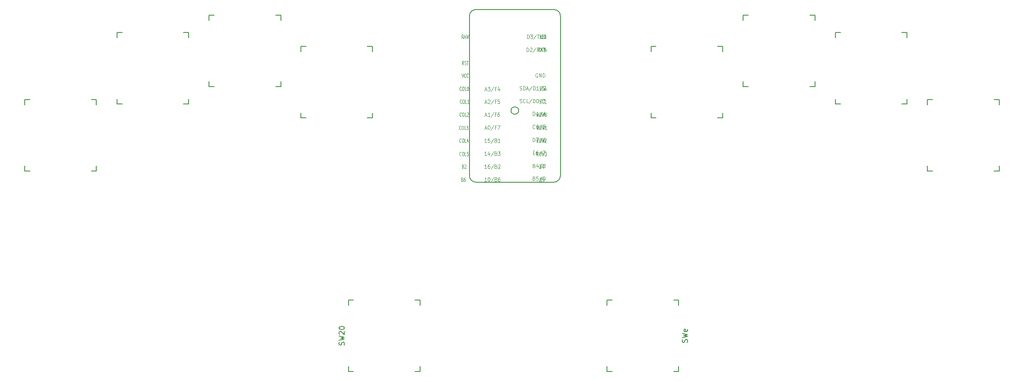
<source format=gto>
G04 #@! TF.GenerationSoftware,KiCad,Pcbnew,5.1.6*
G04 #@! TF.CreationDate,2020-09-08T14:16:16+01:00*
G04 #@! TF.ProjectId,noip,6e6f6970-2e6b-4696-9361-645f70636258,.1*
G04 #@! TF.SameCoordinates,Original*
G04 #@! TF.FileFunction,Legend,Top*
G04 #@! TF.FilePolarity,Positive*
%FSLAX46Y46*%
G04 Gerber Fmt 4.6, Leading zero omitted, Abs format (unit mm)*
G04 Created by KiCad (PCBNEW 5.1.6) date 2020-09-08 14:16:16*
%MOMM*%
%LPD*%
G01*
G04 APERTURE LIST*
%ADD10C,0.150000*%
%ADD11C,0.125000*%
G04 APERTURE END LIST*
D10*
X141800000Y-74360000D02*
X142310000Y-74360000D01*
X158310000Y-73090000D02*
X158310000Y-41876000D01*
X140530000Y-41876000D02*
X140530000Y-73090000D01*
X141800000Y-40606000D02*
X157040000Y-40606000D01*
X150150000Y-60365000D02*
G75*
G03*
X150150000Y-60365000I-750000J0D01*
G01*
X156532000Y-74360000D02*
X157040000Y-74360000D01*
X157040000Y-74360000D02*
X141800000Y-74360000D01*
X158310000Y-41876000D02*
G75*
G03*
X157040000Y-40606000I-1270000J0D01*
G01*
X141800000Y-40606000D02*
G75*
G03*
X140530000Y-41876000I0J-1270000D01*
G01*
X157040000Y-74360000D02*
G75*
G03*
X158310000Y-73090000I0J1270000D01*
G01*
X140530000Y-73090000D02*
G75*
G03*
X141800000Y-74360000I1270000J0D01*
G01*
X116900000Y-111400000D02*
X117900000Y-111400000D01*
X116900000Y-110400000D02*
X116900000Y-111400000D01*
X130900000Y-111400000D02*
X130900000Y-110400000D01*
X129900000Y-111400000D02*
X130900000Y-111400000D01*
X130900000Y-97400000D02*
X129900000Y-97400000D01*
X130900000Y-98400000D02*
X130900000Y-97400000D01*
X116900000Y-97400000D02*
X116900000Y-98400000D01*
X117900000Y-97400000D02*
X116900000Y-97400000D01*
X180400000Y-111400000D02*
X181400000Y-111400000D01*
X181400000Y-111400000D02*
X181400000Y-110400000D01*
X167400000Y-110400000D02*
X167400000Y-111400000D01*
X167400000Y-111400000D02*
X168400000Y-111400000D01*
X168400000Y-97400000D02*
X167400000Y-97400000D01*
X167400000Y-97400000D02*
X167400000Y-98400000D01*
X181400000Y-98400000D02*
X181400000Y-97400000D01*
X181400000Y-97400000D02*
X180400000Y-97400000D01*
X230000000Y-58200000D02*
X231000000Y-58200000D01*
X230000000Y-59200000D02*
X230000000Y-58200000D01*
X230000000Y-72200000D02*
X230000000Y-71200000D01*
X231000000Y-72200000D02*
X230000000Y-72200000D01*
X244000000Y-72200000D02*
X243000000Y-72200000D01*
X244000000Y-71200000D02*
X244000000Y-72200000D01*
X244000000Y-58200000D02*
X244000000Y-59200000D01*
X243000000Y-58200000D02*
X244000000Y-58200000D01*
X212000000Y-45100000D02*
X213000000Y-45100000D01*
X212000000Y-46100000D02*
X212000000Y-45100000D01*
X212000000Y-59100000D02*
X212000000Y-58100000D01*
X213000000Y-59100000D02*
X212000000Y-59100000D01*
X226000000Y-59100000D02*
X225000000Y-59100000D01*
X226000000Y-58100000D02*
X226000000Y-59100000D01*
X226000000Y-45100000D02*
X226000000Y-46100000D01*
X225000000Y-45100000D02*
X226000000Y-45100000D01*
X194000000Y-41700000D02*
X195000000Y-41700000D01*
X194000000Y-42700000D02*
X194000000Y-41700000D01*
X194000000Y-55700000D02*
X194000000Y-54700000D01*
X195000000Y-55700000D02*
X194000000Y-55700000D01*
X208000000Y-55700000D02*
X207000000Y-55700000D01*
X208000000Y-54700000D02*
X208000000Y-55700000D01*
X208000000Y-41700000D02*
X208000000Y-42700000D01*
X207000000Y-41700000D02*
X208000000Y-41700000D01*
X176000000Y-47800000D02*
X177000000Y-47800000D01*
X176000000Y-48800000D02*
X176000000Y-47800000D01*
X176000000Y-61800000D02*
X176000000Y-60800000D01*
X177000000Y-61800000D02*
X176000000Y-61800000D01*
X190000000Y-61800000D02*
X189000000Y-61800000D01*
X190000000Y-60800000D02*
X190000000Y-61800000D01*
X190000000Y-47800000D02*
X190000000Y-48800000D01*
X189000000Y-47800000D02*
X190000000Y-47800000D01*
X107600000Y-47800000D02*
X108600000Y-47800000D01*
X107600000Y-48800000D02*
X107600000Y-47800000D01*
X107600000Y-61800000D02*
X107600000Y-60800000D01*
X108600000Y-61800000D02*
X107600000Y-61800000D01*
X121600000Y-61800000D02*
X120600000Y-61800000D01*
X121600000Y-60800000D02*
X121600000Y-61800000D01*
X121600000Y-47800000D02*
X121600000Y-48800000D01*
X120600000Y-47800000D02*
X121600000Y-47800000D01*
X89700000Y-41700000D02*
X90700000Y-41700000D01*
X89700000Y-42700000D02*
X89700000Y-41700000D01*
X89700000Y-55700000D02*
X89700000Y-54700000D01*
X90700000Y-55700000D02*
X89700000Y-55700000D01*
X103700000Y-55700000D02*
X102700000Y-55700000D01*
X103700000Y-54700000D02*
X103700000Y-55700000D01*
X103700000Y-41700000D02*
X103700000Y-42700000D01*
X102700000Y-41700000D02*
X103700000Y-41700000D01*
X84700000Y-45100000D02*
X85700000Y-45100000D01*
X85700000Y-45100000D02*
X85700000Y-46100000D01*
X85700000Y-58100000D02*
X85700000Y-59100000D01*
X85700000Y-59100000D02*
X84700000Y-59100000D01*
X72700000Y-59100000D02*
X71700000Y-59100000D01*
X71700000Y-59100000D02*
X71700000Y-58100000D01*
X71700000Y-46100000D02*
X71700000Y-45100000D01*
X71700000Y-45100000D02*
X72700000Y-45100000D01*
X53700000Y-58200000D02*
X54700000Y-58200000D01*
X53700000Y-59200000D02*
X53700000Y-58200000D01*
X53700000Y-72200000D02*
X53700000Y-71200000D01*
X54700000Y-72200000D02*
X53700000Y-72200000D01*
X67700000Y-72200000D02*
X66700000Y-72200000D01*
X67700000Y-71200000D02*
X67700000Y-72200000D01*
X67700000Y-58200000D02*
X67700000Y-59200000D01*
X66700000Y-58200000D02*
X67700000Y-58200000D01*
D11*
X139339261Y-46261285D02*
X139172595Y-45904142D01*
X139053547Y-46261285D02*
X139053547Y-45511285D01*
X139244023Y-45511285D01*
X139291642Y-45547000D01*
X139315452Y-45582714D01*
X139339261Y-45654142D01*
X139339261Y-45761285D01*
X139315452Y-45832714D01*
X139291642Y-45868428D01*
X139244023Y-45904142D01*
X139053547Y-45904142D01*
X139529738Y-46047000D02*
X139767833Y-46047000D01*
X139482119Y-46261285D02*
X139648785Y-45511285D01*
X139815452Y-46261285D01*
X139934500Y-45511285D02*
X140053547Y-46261285D01*
X140148785Y-45725571D01*
X140244023Y-46261285D01*
X140363071Y-45511285D01*
X153844523Y-53125000D02*
X153780714Y-53089285D01*
X153685000Y-53089285D01*
X153589285Y-53125000D01*
X153525476Y-53196428D01*
X153493571Y-53267857D01*
X153461666Y-53410714D01*
X153461666Y-53517857D01*
X153493571Y-53660714D01*
X153525476Y-53732142D01*
X153589285Y-53803571D01*
X153685000Y-53839285D01*
X153748809Y-53839285D01*
X153844523Y-53803571D01*
X153876428Y-53767857D01*
X153876428Y-53517857D01*
X153748809Y-53517857D01*
X154163571Y-53839285D02*
X154163571Y-53089285D01*
X154546428Y-53839285D01*
X154546428Y-53089285D01*
X154865476Y-53839285D02*
X154865476Y-53089285D01*
X155025000Y-53089285D01*
X155120714Y-53125000D01*
X155184523Y-53196428D01*
X155216428Y-53267857D01*
X155248333Y-53410714D01*
X155248333Y-53517857D01*
X155216428Y-53660714D01*
X155184523Y-53732142D01*
X155120714Y-53803571D01*
X155025000Y-53839285D01*
X154865476Y-53839285D01*
X139410690Y-51404785D02*
X139244023Y-51047642D01*
X139124976Y-51404785D02*
X139124976Y-50654785D01*
X139315452Y-50654785D01*
X139363071Y-50690500D01*
X139386880Y-50726214D01*
X139410690Y-50797642D01*
X139410690Y-50904785D01*
X139386880Y-50976214D01*
X139363071Y-51011928D01*
X139315452Y-51047642D01*
X139124976Y-51047642D01*
X139601166Y-51369071D02*
X139672595Y-51404785D01*
X139791642Y-51404785D01*
X139839261Y-51369071D01*
X139863071Y-51333357D01*
X139886880Y-51261928D01*
X139886880Y-51190500D01*
X139863071Y-51119071D01*
X139839261Y-51083357D01*
X139791642Y-51047642D01*
X139696404Y-51011928D01*
X139648785Y-50976214D01*
X139624976Y-50940500D01*
X139601166Y-50869071D01*
X139601166Y-50797642D01*
X139624976Y-50726214D01*
X139648785Y-50690500D01*
X139696404Y-50654785D01*
X139815452Y-50654785D01*
X139886880Y-50690500D01*
X140029738Y-50654785D02*
X140315452Y-50654785D01*
X140172595Y-51404785D02*
X140172595Y-50654785D01*
X139017833Y-53131285D02*
X139184500Y-53881285D01*
X139351166Y-53131285D01*
X139803547Y-53809857D02*
X139779738Y-53845571D01*
X139708309Y-53881285D01*
X139660690Y-53881285D01*
X139589261Y-53845571D01*
X139541642Y-53774142D01*
X139517833Y-53702714D01*
X139494023Y-53559857D01*
X139494023Y-53452714D01*
X139517833Y-53309857D01*
X139541642Y-53238428D01*
X139589261Y-53167000D01*
X139660690Y-53131285D01*
X139708309Y-53131285D01*
X139779738Y-53167000D01*
X139803547Y-53202714D01*
X140303547Y-53809857D02*
X140279738Y-53845571D01*
X140208309Y-53881285D01*
X140160690Y-53881285D01*
X140089261Y-53845571D01*
X140041642Y-53774142D01*
X140017833Y-53702714D01*
X139994023Y-53559857D01*
X139994023Y-53452714D01*
X140017833Y-53309857D01*
X140041642Y-53238428D01*
X140089261Y-53167000D01*
X140160690Y-53131285D01*
X140208309Y-53131285D01*
X140279738Y-53167000D01*
X140303547Y-53202714D01*
X143569285Y-56275000D02*
X143888333Y-56275000D01*
X143505476Y-56489285D02*
X143728809Y-55739285D01*
X143952142Y-56489285D01*
X144111666Y-55739285D02*
X144526428Y-55739285D01*
X144303095Y-56025000D01*
X144398809Y-56025000D01*
X144462619Y-56060714D01*
X144494523Y-56096428D01*
X144526428Y-56167857D01*
X144526428Y-56346428D01*
X144494523Y-56417857D01*
X144462619Y-56453571D01*
X144398809Y-56489285D01*
X144207380Y-56489285D01*
X144143571Y-56453571D01*
X144111666Y-56417857D01*
X145292142Y-55703571D02*
X144717857Y-56667857D01*
X145738809Y-56096428D02*
X145515476Y-56096428D01*
X145515476Y-56489285D02*
X145515476Y-55739285D01*
X145834523Y-55739285D01*
X146376904Y-55989285D02*
X146376904Y-56489285D01*
X146217380Y-55703571D02*
X146057857Y-56239285D01*
X146472619Y-56239285D01*
X143569285Y-58775000D02*
X143888333Y-58775000D01*
X143505476Y-58989285D02*
X143728809Y-58239285D01*
X143952142Y-58989285D01*
X144143571Y-58310714D02*
X144175476Y-58275000D01*
X144239285Y-58239285D01*
X144398809Y-58239285D01*
X144462619Y-58275000D01*
X144494523Y-58310714D01*
X144526428Y-58382142D01*
X144526428Y-58453571D01*
X144494523Y-58560714D01*
X144111666Y-58989285D01*
X144526428Y-58989285D01*
X145292142Y-58203571D02*
X144717857Y-59167857D01*
X145738809Y-58596428D02*
X145515476Y-58596428D01*
X145515476Y-58989285D02*
X145515476Y-58239285D01*
X145834523Y-58239285D01*
X146408809Y-58239285D02*
X146089761Y-58239285D01*
X146057857Y-58596428D01*
X146089761Y-58560714D01*
X146153571Y-58525000D01*
X146313095Y-58525000D01*
X146376904Y-58560714D01*
X146408809Y-58596428D01*
X146440714Y-58667857D01*
X146440714Y-58846428D01*
X146408809Y-58917857D01*
X146376904Y-58953571D01*
X146313095Y-58989285D01*
X146153571Y-58989285D01*
X146089761Y-58953571D01*
X146057857Y-58917857D01*
X143569285Y-61275000D02*
X143888333Y-61275000D01*
X143505476Y-61489285D02*
X143728809Y-60739285D01*
X143952142Y-61489285D01*
X144526428Y-61489285D02*
X144143571Y-61489285D01*
X144335000Y-61489285D02*
X144335000Y-60739285D01*
X144271190Y-60846428D01*
X144207380Y-60917857D01*
X144143571Y-60953571D01*
X145292142Y-60703571D02*
X144717857Y-61667857D01*
X145738809Y-61096428D02*
X145515476Y-61096428D01*
X145515476Y-61489285D02*
X145515476Y-60739285D01*
X145834523Y-60739285D01*
X146376904Y-60739285D02*
X146249285Y-60739285D01*
X146185476Y-60775000D01*
X146153571Y-60810714D01*
X146089761Y-60917857D01*
X146057857Y-61060714D01*
X146057857Y-61346428D01*
X146089761Y-61417857D01*
X146121666Y-61453571D01*
X146185476Y-61489285D01*
X146313095Y-61489285D01*
X146376904Y-61453571D01*
X146408809Y-61417857D01*
X146440714Y-61346428D01*
X146440714Y-61167857D01*
X146408809Y-61096428D01*
X146376904Y-61060714D01*
X146313095Y-61025000D01*
X146185476Y-61025000D01*
X146121666Y-61060714D01*
X146089761Y-61096428D01*
X146057857Y-61167857D01*
X143569285Y-63825000D02*
X143888333Y-63825000D01*
X143505476Y-64039285D02*
X143728809Y-63289285D01*
X143952142Y-64039285D01*
X144303095Y-63289285D02*
X144366904Y-63289285D01*
X144430714Y-63325000D01*
X144462619Y-63360714D01*
X144494523Y-63432142D01*
X144526428Y-63575000D01*
X144526428Y-63753571D01*
X144494523Y-63896428D01*
X144462619Y-63967857D01*
X144430714Y-64003571D01*
X144366904Y-64039285D01*
X144303095Y-64039285D01*
X144239285Y-64003571D01*
X144207380Y-63967857D01*
X144175476Y-63896428D01*
X144143571Y-63753571D01*
X144143571Y-63575000D01*
X144175476Y-63432142D01*
X144207380Y-63360714D01*
X144239285Y-63325000D01*
X144303095Y-63289285D01*
X145292142Y-63253571D02*
X144717857Y-64217857D01*
X145738809Y-63646428D02*
X145515476Y-63646428D01*
X145515476Y-64039285D02*
X145515476Y-63289285D01*
X145834523Y-63289285D01*
X146025952Y-63289285D02*
X146472619Y-63289285D01*
X146185476Y-64039285D01*
X143872380Y-66589285D02*
X143489523Y-66589285D01*
X143680952Y-66589285D02*
X143680952Y-65839285D01*
X143617142Y-65946428D01*
X143553333Y-66017857D01*
X143489523Y-66053571D01*
X144478571Y-65839285D02*
X144159523Y-65839285D01*
X144127619Y-66196428D01*
X144159523Y-66160714D01*
X144223333Y-66125000D01*
X144382857Y-66125000D01*
X144446666Y-66160714D01*
X144478571Y-66196428D01*
X144510476Y-66267857D01*
X144510476Y-66446428D01*
X144478571Y-66517857D01*
X144446666Y-66553571D01*
X144382857Y-66589285D01*
X144223333Y-66589285D01*
X144159523Y-66553571D01*
X144127619Y-66517857D01*
X145276190Y-65803571D02*
X144701904Y-66767857D01*
X145722857Y-66196428D02*
X145818571Y-66232142D01*
X145850476Y-66267857D01*
X145882380Y-66339285D01*
X145882380Y-66446428D01*
X145850476Y-66517857D01*
X145818571Y-66553571D01*
X145754761Y-66589285D01*
X145499523Y-66589285D01*
X145499523Y-65839285D01*
X145722857Y-65839285D01*
X145786666Y-65875000D01*
X145818571Y-65910714D01*
X145850476Y-65982142D01*
X145850476Y-66053571D01*
X145818571Y-66125000D01*
X145786666Y-66160714D01*
X145722857Y-66196428D01*
X145499523Y-66196428D01*
X146520476Y-66589285D02*
X146137619Y-66589285D01*
X146329047Y-66589285D02*
X146329047Y-65839285D01*
X146265238Y-65946428D01*
X146201428Y-66017857D01*
X146137619Y-66053571D01*
X143872380Y-69139285D02*
X143489523Y-69139285D01*
X143680952Y-69139285D02*
X143680952Y-68389285D01*
X143617142Y-68496428D01*
X143553333Y-68567857D01*
X143489523Y-68603571D01*
X144446666Y-68639285D02*
X144446666Y-69139285D01*
X144287142Y-68353571D02*
X144127619Y-68889285D01*
X144542380Y-68889285D01*
X145276190Y-68353571D02*
X144701904Y-69317857D01*
X145722857Y-68746428D02*
X145818571Y-68782142D01*
X145850476Y-68817857D01*
X145882380Y-68889285D01*
X145882380Y-68996428D01*
X145850476Y-69067857D01*
X145818571Y-69103571D01*
X145754761Y-69139285D01*
X145499523Y-69139285D01*
X145499523Y-68389285D01*
X145722857Y-68389285D01*
X145786666Y-68425000D01*
X145818571Y-68460714D01*
X145850476Y-68532142D01*
X145850476Y-68603571D01*
X145818571Y-68675000D01*
X145786666Y-68710714D01*
X145722857Y-68746428D01*
X145499523Y-68746428D01*
X146105714Y-68389285D02*
X146520476Y-68389285D01*
X146297142Y-68675000D01*
X146392857Y-68675000D01*
X146456666Y-68710714D01*
X146488571Y-68746428D01*
X146520476Y-68817857D01*
X146520476Y-68996428D01*
X146488571Y-69067857D01*
X146456666Y-69103571D01*
X146392857Y-69139285D01*
X146201428Y-69139285D01*
X146137619Y-69103571D01*
X146105714Y-69067857D01*
X143872380Y-74189285D02*
X143489523Y-74189285D01*
X143680952Y-74189285D02*
X143680952Y-73439285D01*
X143617142Y-73546428D01*
X143553333Y-73617857D01*
X143489523Y-73653571D01*
X144287142Y-73439285D02*
X144350952Y-73439285D01*
X144414761Y-73475000D01*
X144446666Y-73510714D01*
X144478571Y-73582142D01*
X144510476Y-73725000D01*
X144510476Y-73903571D01*
X144478571Y-74046428D01*
X144446666Y-74117857D01*
X144414761Y-74153571D01*
X144350952Y-74189285D01*
X144287142Y-74189285D01*
X144223333Y-74153571D01*
X144191428Y-74117857D01*
X144159523Y-74046428D01*
X144127619Y-73903571D01*
X144127619Y-73725000D01*
X144159523Y-73582142D01*
X144191428Y-73510714D01*
X144223333Y-73475000D01*
X144287142Y-73439285D01*
X145276190Y-73403571D02*
X144701904Y-74367857D01*
X145722857Y-73796428D02*
X145818571Y-73832142D01*
X145850476Y-73867857D01*
X145882380Y-73939285D01*
X145882380Y-74046428D01*
X145850476Y-74117857D01*
X145818571Y-74153571D01*
X145754761Y-74189285D01*
X145499523Y-74189285D01*
X145499523Y-73439285D01*
X145722857Y-73439285D01*
X145786666Y-73475000D01*
X145818571Y-73510714D01*
X145850476Y-73582142D01*
X145850476Y-73653571D01*
X145818571Y-73725000D01*
X145786666Y-73760714D01*
X145722857Y-73796428D01*
X145499523Y-73796428D01*
X146456666Y-73439285D02*
X146329047Y-73439285D01*
X146265238Y-73475000D01*
X146233333Y-73510714D01*
X146169523Y-73617857D01*
X146137619Y-73760714D01*
X146137619Y-74046428D01*
X146169523Y-74117857D01*
X146201428Y-74153571D01*
X146265238Y-74189285D01*
X146392857Y-74189285D01*
X146456666Y-74153571D01*
X146488571Y-74117857D01*
X146520476Y-74046428D01*
X146520476Y-73867857D01*
X146488571Y-73796428D01*
X146456666Y-73760714D01*
X146392857Y-73725000D01*
X146265238Y-73725000D01*
X146201428Y-73760714D01*
X146169523Y-73796428D01*
X146137619Y-73867857D01*
X143872380Y-71689285D02*
X143489523Y-71689285D01*
X143680952Y-71689285D02*
X143680952Y-70939285D01*
X143617142Y-71046428D01*
X143553333Y-71117857D01*
X143489523Y-71153571D01*
X144446666Y-70939285D02*
X144319047Y-70939285D01*
X144255238Y-70975000D01*
X144223333Y-71010714D01*
X144159523Y-71117857D01*
X144127619Y-71260714D01*
X144127619Y-71546428D01*
X144159523Y-71617857D01*
X144191428Y-71653571D01*
X144255238Y-71689285D01*
X144382857Y-71689285D01*
X144446666Y-71653571D01*
X144478571Y-71617857D01*
X144510476Y-71546428D01*
X144510476Y-71367857D01*
X144478571Y-71296428D01*
X144446666Y-71260714D01*
X144382857Y-71225000D01*
X144255238Y-71225000D01*
X144191428Y-71260714D01*
X144159523Y-71296428D01*
X144127619Y-71367857D01*
X145276190Y-70903571D02*
X144701904Y-71867857D01*
X145722857Y-71296428D02*
X145818571Y-71332142D01*
X145850476Y-71367857D01*
X145882380Y-71439285D01*
X145882380Y-71546428D01*
X145850476Y-71617857D01*
X145818571Y-71653571D01*
X145754761Y-71689285D01*
X145499523Y-71689285D01*
X145499523Y-70939285D01*
X145722857Y-70939285D01*
X145786666Y-70975000D01*
X145818571Y-71010714D01*
X145850476Y-71082142D01*
X145850476Y-71153571D01*
X145818571Y-71225000D01*
X145786666Y-71260714D01*
X145722857Y-71296428D01*
X145499523Y-71296428D01*
X146137619Y-71010714D02*
X146169523Y-70975000D01*
X146233333Y-70939285D01*
X146392857Y-70939285D01*
X146456666Y-70975000D01*
X146488571Y-71010714D01*
X146520476Y-71082142D01*
X146520476Y-71153571D01*
X146488571Y-71260714D01*
X146105714Y-71689285D01*
X146520476Y-71689285D01*
X152972380Y-68596428D02*
X153195714Y-68596428D01*
X153291428Y-68989285D02*
X152972380Y-68989285D01*
X152972380Y-68239285D01*
X153291428Y-68239285D01*
X153865714Y-68239285D02*
X153738095Y-68239285D01*
X153674285Y-68275000D01*
X153642380Y-68310714D01*
X153578571Y-68417857D01*
X153546666Y-68560714D01*
X153546666Y-68846428D01*
X153578571Y-68917857D01*
X153610476Y-68953571D01*
X153674285Y-68989285D01*
X153801904Y-68989285D01*
X153865714Y-68953571D01*
X153897619Y-68917857D01*
X153929523Y-68846428D01*
X153929523Y-68667857D01*
X153897619Y-68596428D01*
X153865714Y-68560714D01*
X153801904Y-68525000D01*
X153674285Y-68525000D01*
X153610476Y-68560714D01*
X153578571Y-68596428D01*
X153546666Y-68667857D01*
X154695238Y-68203571D02*
X154120952Y-69167857D01*
X154854761Y-68239285D02*
X155301428Y-68239285D01*
X155014285Y-68989285D01*
X152940476Y-66439285D02*
X152940476Y-65689285D01*
X153100000Y-65689285D01*
X153195714Y-65725000D01*
X153259523Y-65796428D01*
X153291428Y-65867857D01*
X153323333Y-66010714D01*
X153323333Y-66117857D01*
X153291428Y-66260714D01*
X153259523Y-66332142D01*
X153195714Y-66403571D01*
X153100000Y-66439285D01*
X152940476Y-66439285D01*
X153546666Y-65689285D02*
X153993333Y-65689285D01*
X153706190Y-66439285D01*
X154727142Y-65653571D02*
X154152857Y-66617857D01*
X155237619Y-65689285D02*
X155110000Y-65689285D01*
X155046190Y-65725000D01*
X155014285Y-65760714D01*
X154950476Y-65867857D01*
X154918571Y-66010714D01*
X154918571Y-66296428D01*
X154950476Y-66367857D01*
X154982380Y-66403571D01*
X155046190Y-66439285D01*
X155173809Y-66439285D01*
X155237619Y-66403571D01*
X155269523Y-66367857D01*
X155301428Y-66296428D01*
X155301428Y-66117857D01*
X155269523Y-66046428D01*
X155237619Y-66010714D01*
X155173809Y-65975000D01*
X155046190Y-65975000D01*
X154982380Y-66010714D01*
X154950476Y-66046428D01*
X154918571Y-66117857D01*
X151816190Y-46289285D02*
X151816190Y-45539285D01*
X151975714Y-45539285D01*
X152071428Y-45575000D01*
X152135238Y-45646428D01*
X152167142Y-45717857D01*
X152199047Y-45860714D01*
X152199047Y-45967857D01*
X152167142Y-46110714D01*
X152135238Y-46182142D01*
X152071428Y-46253571D01*
X151975714Y-46289285D01*
X151816190Y-46289285D01*
X152422380Y-45539285D02*
X152837142Y-45539285D01*
X152613809Y-45825000D01*
X152709523Y-45825000D01*
X152773333Y-45860714D01*
X152805238Y-45896428D01*
X152837142Y-45967857D01*
X152837142Y-46146428D01*
X152805238Y-46217857D01*
X152773333Y-46253571D01*
X152709523Y-46289285D01*
X152518095Y-46289285D01*
X152454285Y-46253571D01*
X152422380Y-46217857D01*
X153602857Y-45503571D02*
X153028571Y-46467857D01*
X153730476Y-45539285D02*
X154113333Y-45539285D01*
X153921904Y-46289285D02*
X153921904Y-45539285D01*
X154272857Y-45539285D02*
X154719523Y-46289285D01*
X154719523Y-45539285D02*
X154272857Y-46289285D01*
X155102380Y-45539285D02*
X155166190Y-45539285D01*
X155230000Y-45575000D01*
X155261904Y-45610714D01*
X155293809Y-45682142D01*
X155325714Y-45825000D01*
X155325714Y-46003571D01*
X155293809Y-46146428D01*
X155261904Y-46217857D01*
X155230000Y-46253571D01*
X155166190Y-46289285D01*
X155102380Y-46289285D01*
X155038571Y-46253571D01*
X155006666Y-46217857D01*
X154974761Y-46146428D01*
X154942857Y-46003571D01*
X154942857Y-45825000D01*
X154974761Y-45682142D01*
X155006666Y-45610714D01*
X155038571Y-45575000D01*
X155102380Y-45539285D01*
X152940476Y-61339285D02*
X152940476Y-60589285D01*
X153100000Y-60589285D01*
X153195714Y-60625000D01*
X153259523Y-60696428D01*
X153291428Y-60767857D01*
X153323333Y-60910714D01*
X153323333Y-61017857D01*
X153291428Y-61160714D01*
X153259523Y-61232142D01*
X153195714Y-61303571D01*
X153100000Y-61339285D01*
X152940476Y-61339285D01*
X153897619Y-60839285D02*
X153897619Y-61339285D01*
X153738095Y-60553571D02*
X153578571Y-61089285D01*
X153993333Y-61089285D01*
X154727142Y-60553571D02*
X154152857Y-61517857D01*
X155237619Y-60839285D02*
X155237619Y-61339285D01*
X155078095Y-60553571D02*
X154918571Y-61089285D01*
X155333333Y-61089285D01*
X150366428Y-56303571D02*
X150462142Y-56339285D01*
X150621666Y-56339285D01*
X150685476Y-56303571D01*
X150717380Y-56267857D01*
X150749285Y-56196428D01*
X150749285Y-56125000D01*
X150717380Y-56053571D01*
X150685476Y-56017857D01*
X150621666Y-55982142D01*
X150494047Y-55946428D01*
X150430238Y-55910714D01*
X150398333Y-55875000D01*
X150366428Y-55803571D01*
X150366428Y-55732142D01*
X150398333Y-55660714D01*
X150430238Y-55625000D01*
X150494047Y-55589285D01*
X150653571Y-55589285D01*
X150749285Y-55625000D01*
X151036428Y-56339285D02*
X151036428Y-55589285D01*
X151195952Y-55589285D01*
X151291666Y-55625000D01*
X151355476Y-55696428D01*
X151387380Y-55767857D01*
X151419285Y-55910714D01*
X151419285Y-56017857D01*
X151387380Y-56160714D01*
X151355476Y-56232142D01*
X151291666Y-56303571D01*
X151195952Y-56339285D01*
X151036428Y-56339285D01*
X151674523Y-56125000D02*
X151993571Y-56125000D01*
X151610714Y-56339285D02*
X151834047Y-55589285D01*
X152057380Y-56339285D01*
X152759285Y-55553571D02*
X152185000Y-56517857D01*
X152982619Y-56339285D02*
X152982619Y-55589285D01*
X153142142Y-55589285D01*
X153237857Y-55625000D01*
X153301666Y-55696428D01*
X153333571Y-55767857D01*
X153365476Y-55910714D01*
X153365476Y-56017857D01*
X153333571Y-56160714D01*
X153301666Y-56232142D01*
X153237857Y-56303571D01*
X153142142Y-56339285D01*
X152982619Y-56339285D01*
X154003571Y-56339285D02*
X153620714Y-56339285D01*
X153812142Y-56339285D02*
X153812142Y-55589285D01*
X153748333Y-55696428D01*
X153684523Y-55767857D01*
X153620714Y-55803571D01*
X154769285Y-55553571D02*
X154195000Y-56517857D01*
X154960714Y-55660714D02*
X154992619Y-55625000D01*
X155056428Y-55589285D01*
X155215952Y-55589285D01*
X155279761Y-55625000D01*
X155311666Y-55660714D01*
X155343571Y-55732142D01*
X155343571Y-55803571D01*
X155311666Y-55910714D01*
X154928809Y-56339285D01*
X155343571Y-56339285D01*
X150382380Y-58803571D02*
X150478095Y-58839285D01*
X150637619Y-58839285D01*
X150701428Y-58803571D01*
X150733333Y-58767857D01*
X150765238Y-58696428D01*
X150765238Y-58625000D01*
X150733333Y-58553571D01*
X150701428Y-58517857D01*
X150637619Y-58482142D01*
X150510000Y-58446428D01*
X150446190Y-58410714D01*
X150414285Y-58375000D01*
X150382380Y-58303571D01*
X150382380Y-58232142D01*
X150414285Y-58160714D01*
X150446190Y-58125000D01*
X150510000Y-58089285D01*
X150669523Y-58089285D01*
X150765238Y-58125000D01*
X151435238Y-58767857D02*
X151403333Y-58803571D01*
X151307619Y-58839285D01*
X151243809Y-58839285D01*
X151148095Y-58803571D01*
X151084285Y-58732142D01*
X151052380Y-58660714D01*
X151020476Y-58517857D01*
X151020476Y-58410714D01*
X151052380Y-58267857D01*
X151084285Y-58196428D01*
X151148095Y-58125000D01*
X151243809Y-58089285D01*
X151307619Y-58089285D01*
X151403333Y-58125000D01*
X151435238Y-58160714D01*
X152041428Y-58839285D02*
X151722380Y-58839285D01*
X151722380Y-58089285D01*
X152743333Y-58053571D02*
X152169047Y-59017857D01*
X152966666Y-58839285D02*
X152966666Y-58089285D01*
X153126190Y-58089285D01*
X153221904Y-58125000D01*
X153285714Y-58196428D01*
X153317619Y-58267857D01*
X153349523Y-58410714D01*
X153349523Y-58517857D01*
X153317619Y-58660714D01*
X153285714Y-58732142D01*
X153221904Y-58803571D01*
X153126190Y-58839285D01*
X152966666Y-58839285D01*
X153764285Y-58089285D02*
X153828095Y-58089285D01*
X153891904Y-58125000D01*
X153923809Y-58160714D01*
X153955714Y-58232142D01*
X153987619Y-58375000D01*
X153987619Y-58553571D01*
X153955714Y-58696428D01*
X153923809Y-58767857D01*
X153891904Y-58803571D01*
X153828095Y-58839285D01*
X153764285Y-58839285D01*
X153700476Y-58803571D01*
X153668571Y-58767857D01*
X153636666Y-58696428D01*
X153604761Y-58553571D01*
X153604761Y-58375000D01*
X153636666Y-58232142D01*
X153668571Y-58160714D01*
X153700476Y-58125000D01*
X153764285Y-58089285D01*
X154753333Y-58053571D02*
X154179047Y-59017857D01*
X154912857Y-58089285D02*
X155327619Y-58089285D01*
X155104285Y-58375000D01*
X155200000Y-58375000D01*
X155263809Y-58410714D01*
X155295714Y-58446428D01*
X155327619Y-58517857D01*
X155327619Y-58696428D01*
X155295714Y-58767857D01*
X155263809Y-58803571D01*
X155200000Y-58839285D01*
X155008571Y-58839285D01*
X154944761Y-58803571D01*
X154912857Y-58767857D01*
X153323333Y-63817857D02*
X153291428Y-63853571D01*
X153195714Y-63889285D01*
X153131904Y-63889285D01*
X153036190Y-63853571D01*
X152972380Y-63782142D01*
X152940476Y-63710714D01*
X152908571Y-63567857D01*
X152908571Y-63460714D01*
X152940476Y-63317857D01*
X152972380Y-63246428D01*
X153036190Y-63175000D01*
X153131904Y-63139285D01*
X153195714Y-63139285D01*
X153291428Y-63175000D01*
X153323333Y-63210714D01*
X153897619Y-63139285D02*
X153770000Y-63139285D01*
X153706190Y-63175000D01*
X153674285Y-63210714D01*
X153610476Y-63317857D01*
X153578571Y-63460714D01*
X153578571Y-63746428D01*
X153610476Y-63817857D01*
X153642380Y-63853571D01*
X153706190Y-63889285D01*
X153833809Y-63889285D01*
X153897619Y-63853571D01*
X153929523Y-63817857D01*
X153961428Y-63746428D01*
X153961428Y-63567857D01*
X153929523Y-63496428D01*
X153897619Y-63460714D01*
X153833809Y-63425000D01*
X153706190Y-63425000D01*
X153642380Y-63460714D01*
X153610476Y-63496428D01*
X153578571Y-63567857D01*
X154727142Y-63103571D02*
X154152857Y-64067857D01*
X155269523Y-63139285D02*
X154950476Y-63139285D01*
X154918571Y-63496428D01*
X154950476Y-63460714D01*
X155014285Y-63425000D01*
X155173809Y-63425000D01*
X155237619Y-63460714D01*
X155269523Y-63496428D01*
X155301428Y-63567857D01*
X155301428Y-63746428D01*
X155269523Y-63817857D01*
X155237619Y-63853571D01*
X155173809Y-63889285D01*
X155014285Y-63889285D01*
X154950476Y-63853571D01*
X154918571Y-63817857D01*
X153163809Y-73646428D02*
X153259523Y-73682142D01*
X153291428Y-73717857D01*
X153323333Y-73789285D01*
X153323333Y-73896428D01*
X153291428Y-73967857D01*
X153259523Y-74003571D01*
X153195714Y-74039285D01*
X152940476Y-74039285D01*
X152940476Y-73289285D01*
X153163809Y-73289285D01*
X153227619Y-73325000D01*
X153259523Y-73360714D01*
X153291428Y-73432142D01*
X153291428Y-73503571D01*
X153259523Y-73575000D01*
X153227619Y-73610714D01*
X153163809Y-73646428D01*
X152940476Y-73646428D01*
X153929523Y-73289285D02*
X153610476Y-73289285D01*
X153578571Y-73646428D01*
X153610476Y-73610714D01*
X153674285Y-73575000D01*
X153833809Y-73575000D01*
X153897619Y-73610714D01*
X153929523Y-73646428D01*
X153961428Y-73717857D01*
X153961428Y-73896428D01*
X153929523Y-73967857D01*
X153897619Y-74003571D01*
X153833809Y-74039285D01*
X153674285Y-74039285D01*
X153610476Y-74003571D01*
X153578571Y-73967857D01*
X154727142Y-73253571D02*
X154152857Y-74217857D01*
X154982380Y-74039285D02*
X155110000Y-74039285D01*
X155173809Y-74003571D01*
X155205714Y-73967857D01*
X155269523Y-73860714D01*
X155301428Y-73717857D01*
X155301428Y-73432142D01*
X155269523Y-73360714D01*
X155237619Y-73325000D01*
X155173809Y-73289285D01*
X155046190Y-73289285D01*
X154982380Y-73325000D01*
X154950476Y-73360714D01*
X154918571Y-73432142D01*
X154918571Y-73610714D01*
X154950476Y-73682142D01*
X154982380Y-73717857D01*
X155046190Y-73753571D01*
X155173809Y-73753571D01*
X155237619Y-73717857D01*
X155269523Y-73682142D01*
X155301428Y-73610714D01*
X151736428Y-48839285D02*
X151736428Y-48089285D01*
X151895952Y-48089285D01*
X151991666Y-48125000D01*
X152055476Y-48196428D01*
X152087380Y-48267857D01*
X152119285Y-48410714D01*
X152119285Y-48517857D01*
X152087380Y-48660714D01*
X152055476Y-48732142D01*
X151991666Y-48803571D01*
X151895952Y-48839285D01*
X151736428Y-48839285D01*
X152374523Y-48160714D02*
X152406428Y-48125000D01*
X152470238Y-48089285D01*
X152629761Y-48089285D01*
X152693571Y-48125000D01*
X152725476Y-48160714D01*
X152757380Y-48232142D01*
X152757380Y-48303571D01*
X152725476Y-48410714D01*
X152342619Y-48839285D01*
X152757380Y-48839285D01*
X153523095Y-48053571D02*
X152948809Y-49017857D01*
X154129285Y-48839285D02*
X153905952Y-48482142D01*
X153746428Y-48839285D02*
X153746428Y-48089285D01*
X154001666Y-48089285D01*
X154065476Y-48125000D01*
X154097380Y-48160714D01*
X154129285Y-48232142D01*
X154129285Y-48339285D01*
X154097380Y-48410714D01*
X154065476Y-48446428D01*
X154001666Y-48482142D01*
X153746428Y-48482142D01*
X154352619Y-48089285D02*
X154799285Y-48839285D01*
X154799285Y-48089285D02*
X154352619Y-48839285D01*
X155405476Y-48839285D02*
X155022619Y-48839285D01*
X155214047Y-48839285D02*
X155214047Y-48089285D01*
X155150238Y-48196428D01*
X155086428Y-48267857D01*
X155022619Y-48303571D01*
X153163809Y-71146428D02*
X153259523Y-71182142D01*
X153291428Y-71217857D01*
X153323333Y-71289285D01*
X153323333Y-71396428D01*
X153291428Y-71467857D01*
X153259523Y-71503571D01*
X153195714Y-71539285D01*
X152940476Y-71539285D01*
X152940476Y-70789285D01*
X153163809Y-70789285D01*
X153227619Y-70825000D01*
X153259523Y-70860714D01*
X153291428Y-70932142D01*
X153291428Y-71003571D01*
X153259523Y-71075000D01*
X153227619Y-71110714D01*
X153163809Y-71146428D01*
X152940476Y-71146428D01*
X153897619Y-71039285D02*
X153897619Y-71539285D01*
X153738095Y-70753571D02*
X153578571Y-71289285D01*
X153993333Y-71289285D01*
X154727142Y-70753571D02*
X154152857Y-71717857D01*
X155046190Y-71110714D02*
X154982380Y-71075000D01*
X154950476Y-71039285D01*
X154918571Y-70967857D01*
X154918571Y-70932142D01*
X154950476Y-70860714D01*
X154982380Y-70825000D01*
X155046190Y-70789285D01*
X155173809Y-70789285D01*
X155237619Y-70825000D01*
X155269523Y-70860714D01*
X155301428Y-70932142D01*
X155301428Y-70967857D01*
X155269523Y-71039285D01*
X155237619Y-71075000D01*
X155173809Y-71110714D01*
X155046190Y-71110714D01*
X154982380Y-71146428D01*
X154950476Y-71182142D01*
X154918571Y-71253571D01*
X154918571Y-71396428D01*
X154950476Y-71467857D01*
X154982380Y-71503571D01*
X155046190Y-71539285D01*
X155173809Y-71539285D01*
X155237619Y-71503571D01*
X155269523Y-71467857D01*
X155301428Y-71396428D01*
X155301428Y-71253571D01*
X155269523Y-71182142D01*
X155237619Y-71146428D01*
X155173809Y-71110714D01*
X154578571Y-46261285D02*
X154340476Y-46261285D01*
X154340476Y-45511285D01*
X154745238Y-45868428D02*
X154911904Y-45868428D01*
X154983333Y-46261285D02*
X154745238Y-46261285D01*
X154745238Y-45511285D01*
X154983333Y-45511285D01*
X155197619Y-46261285D02*
X155197619Y-45511285D01*
X155316666Y-45511285D01*
X155388095Y-45547000D01*
X155435714Y-45618428D01*
X155459523Y-45689857D01*
X155483333Y-45832714D01*
X155483333Y-45939857D01*
X155459523Y-46082714D01*
X155435714Y-46154142D01*
X155388095Y-46225571D01*
X155316666Y-46261285D01*
X155197619Y-46261285D01*
X154000000Y-48789285D02*
X154000000Y-48039285D01*
X154119047Y-48039285D01*
X154190476Y-48075000D01*
X154238095Y-48146428D01*
X154261904Y-48217857D01*
X154285714Y-48360714D01*
X154285714Y-48467857D01*
X154261904Y-48610714D01*
X154238095Y-48682142D01*
X154190476Y-48753571D01*
X154119047Y-48789285D01*
X154000000Y-48789285D01*
X154476190Y-48575000D02*
X154714285Y-48575000D01*
X154428571Y-48789285D02*
X154595238Y-48039285D01*
X154761904Y-48789285D01*
X154857142Y-48039285D02*
X155142857Y-48039285D01*
X155000000Y-48789285D02*
X155000000Y-48039285D01*
X155285714Y-48575000D02*
X155523809Y-48575000D01*
X155238095Y-48789285D02*
X155404761Y-48039285D01*
X155571428Y-48789285D01*
X138852380Y-64017857D02*
X138828571Y-64053571D01*
X138757142Y-64089285D01*
X138709523Y-64089285D01*
X138638095Y-64053571D01*
X138590476Y-63982142D01*
X138566666Y-63910714D01*
X138542857Y-63767857D01*
X138542857Y-63660714D01*
X138566666Y-63517857D01*
X138590476Y-63446428D01*
X138638095Y-63375000D01*
X138709523Y-63339285D01*
X138757142Y-63339285D01*
X138828571Y-63375000D01*
X138852380Y-63410714D01*
X139161904Y-63339285D02*
X139257142Y-63339285D01*
X139304761Y-63375000D01*
X139352380Y-63446428D01*
X139376190Y-63589285D01*
X139376190Y-63839285D01*
X139352380Y-63982142D01*
X139304761Y-64053571D01*
X139257142Y-64089285D01*
X139161904Y-64089285D01*
X139114285Y-64053571D01*
X139066666Y-63982142D01*
X139042857Y-63839285D01*
X139042857Y-63589285D01*
X139066666Y-63446428D01*
X139114285Y-63375000D01*
X139161904Y-63339285D01*
X139828571Y-64089285D02*
X139590476Y-64089285D01*
X139590476Y-63339285D01*
X139947619Y-63339285D02*
X140257142Y-63339285D01*
X140090476Y-63625000D01*
X140161904Y-63625000D01*
X140209523Y-63660714D01*
X140233333Y-63696428D01*
X140257142Y-63767857D01*
X140257142Y-63946428D01*
X140233333Y-64017857D01*
X140209523Y-64053571D01*
X140161904Y-64089285D01*
X140019047Y-64089285D01*
X139971428Y-64053571D01*
X139947619Y-64017857D01*
X153969047Y-61539285D02*
X153802380Y-61182142D01*
X153683333Y-61539285D02*
X153683333Y-60789285D01*
X153873809Y-60789285D01*
X153921428Y-60825000D01*
X153945238Y-60860714D01*
X153969047Y-60932142D01*
X153969047Y-61039285D01*
X153945238Y-61110714D01*
X153921428Y-61146428D01*
X153873809Y-61182142D01*
X153683333Y-61182142D01*
X154278571Y-60789285D02*
X154373809Y-60789285D01*
X154421428Y-60825000D01*
X154469047Y-60896428D01*
X154492857Y-61039285D01*
X154492857Y-61289285D01*
X154469047Y-61432142D01*
X154421428Y-61503571D01*
X154373809Y-61539285D01*
X154278571Y-61539285D01*
X154230952Y-61503571D01*
X154183333Y-61432142D01*
X154159523Y-61289285D01*
X154159523Y-61039285D01*
X154183333Y-60896428D01*
X154230952Y-60825000D01*
X154278571Y-60789285D01*
X154659523Y-60789285D02*
X154778571Y-61539285D01*
X154873809Y-61003571D01*
X154969047Y-61539285D01*
X155088095Y-60789285D01*
X155373809Y-60789285D02*
X155421428Y-60789285D01*
X155469047Y-60825000D01*
X155492857Y-60860714D01*
X155516666Y-60932142D01*
X155540476Y-61075000D01*
X155540476Y-61253571D01*
X155516666Y-61396428D01*
X155492857Y-61467857D01*
X155469047Y-61503571D01*
X155421428Y-61539285D01*
X155373809Y-61539285D01*
X155326190Y-61503571D01*
X155302380Y-61467857D01*
X155278571Y-61396428D01*
X155254761Y-61253571D01*
X155254761Y-61075000D01*
X155278571Y-60932142D01*
X155302380Y-60860714D01*
X155326190Y-60825000D01*
X155373809Y-60789285D01*
X138952380Y-61429857D02*
X138928571Y-61465571D01*
X138857142Y-61501285D01*
X138809523Y-61501285D01*
X138738095Y-61465571D01*
X138690476Y-61394142D01*
X138666666Y-61322714D01*
X138642857Y-61179857D01*
X138642857Y-61072714D01*
X138666666Y-60929857D01*
X138690476Y-60858428D01*
X138738095Y-60787000D01*
X138809523Y-60751285D01*
X138857142Y-60751285D01*
X138928571Y-60787000D01*
X138952380Y-60822714D01*
X139261904Y-60751285D02*
X139357142Y-60751285D01*
X139404761Y-60787000D01*
X139452380Y-60858428D01*
X139476190Y-61001285D01*
X139476190Y-61251285D01*
X139452380Y-61394142D01*
X139404761Y-61465571D01*
X139357142Y-61501285D01*
X139261904Y-61501285D01*
X139214285Y-61465571D01*
X139166666Y-61394142D01*
X139142857Y-61251285D01*
X139142857Y-61001285D01*
X139166666Y-60858428D01*
X139214285Y-60787000D01*
X139261904Y-60751285D01*
X139928571Y-61501285D02*
X139690476Y-61501285D01*
X139690476Y-60751285D01*
X140071428Y-60822714D02*
X140095238Y-60787000D01*
X140142857Y-60751285D01*
X140261904Y-60751285D01*
X140309523Y-60787000D01*
X140333333Y-60822714D01*
X140357142Y-60894142D01*
X140357142Y-60965571D01*
X140333333Y-61072714D01*
X140047619Y-61501285D01*
X140357142Y-61501285D01*
X154265761Y-58925571D02*
X154337190Y-58961285D01*
X154456238Y-58961285D01*
X154503857Y-58925571D01*
X154527666Y-58889857D01*
X154551476Y-58818428D01*
X154551476Y-58747000D01*
X154527666Y-58675571D01*
X154503857Y-58639857D01*
X154456238Y-58604142D01*
X154361000Y-58568428D01*
X154313380Y-58532714D01*
X154289571Y-58497000D01*
X154265761Y-58425571D01*
X154265761Y-58354142D01*
X154289571Y-58282714D01*
X154313380Y-58247000D01*
X154361000Y-58211285D01*
X154480047Y-58211285D01*
X154551476Y-58247000D01*
X155051476Y-58889857D02*
X155027666Y-58925571D01*
X154956238Y-58961285D01*
X154908619Y-58961285D01*
X154837190Y-58925571D01*
X154789571Y-58854142D01*
X154765761Y-58782714D01*
X154741952Y-58639857D01*
X154741952Y-58532714D01*
X154765761Y-58389857D01*
X154789571Y-58318428D01*
X154837190Y-58247000D01*
X154908619Y-58211285D01*
X154956238Y-58211285D01*
X155027666Y-58247000D01*
X155051476Y-58282714D01*
X155503857Y-58961285D02*
X155265761Y-58961285D01*
X155265761Y-58211285D01*
X139002380Y-58889857D02*
X138978571Y-58925571D01*
X138907142Y-58961285D01*
X138859523Y-58961285D01*
X138788095Y-58925571D01*
X138740476Y-58854142D01*
X138716666Y-58782714D01*
X138692857Y-58639857D01*
X138692857Y-58532714D01*
X138716666Y-58389857D01*
X138740476Y-58318428D01*
X138788095Y-58247000D01*
X138859523Y-58211285D01*
X138907142Y-58211285D01*
X138978571Y-58247000D01*
X139002380Y-58282714D01*
X139311904Y-58211285D02*
X139407142Y-58211285D01*
X139454761Y-58247000D01*
X139502380Y-58318428D01*
X139526190Y-58461285D01*
X139526190Y-58711285D01*
X139502380Y-58854142D01*
X139454761Y-58925571D01*
X139407142Y-58961285D01*
X139311904Y-58961285D01*
X139264285Y-58925571D01*
X139216666Y-58854142D01*
X139192857Y-58711285D01*
X139192857Y-58461285D01*
X139216666Y-58318428D01*
X139264285Y-58247000D01*
X139311904Y-58211285D01*
X139978571Y-58961285D02*
X139740476Y-58961285D01*
X139740476Y-58211285D01*
X140407142Y-58961285D02*
X140121428Y-58961285D01*
X140264285Y-58961285D02*
X140264285Y-58211285D01*
X140216666Y-58318428D01*
X140169047Y-58389857D01*
X140121428Y-58425571D01*
X154253857Y-56385571D02*
X154325285Y-56421285D01*
X154444333Y-56421285D01*
X154491952Y-56385571D01*
X154515761Y-56349857D01*
X154539571Y-56278428D01*
X154539571Y-56207000D01*
X154515761Y-56135571D01*
X154491952Y-56099857D01*
X154444333Y-56064142D01*
X154349095Y-56028428D01*
X154301476Y-55992714D01*
X154277666Y-55957000D01*
X154253857Y-55885571D01*
X154253857Y-55814142D01*
X154277666Y-55742714D01*
X154301476Y-55707000D01*
X154349095Y-55671285D01*
X154468142Y-55671285D01*
X154539571Y-55707000D01*
X154753857Y-56421285D02*
X154753857Y-55671285D01*
X154872904Y-55671285D01*
X154944333Y-55707000D01*
X154991952Y-55778428D01*
X155015761Y-55849857D01*
X155039571Y-55992714D01*
X155039571Y-56099857D01*
X155015761Y-56242714D01*
X154991952Y-56314142D01*
X154944333Y-56385571D01*
X154872904Y-56421285D01*
X154753857Y-56421285D01*
X155230047Y-56207000D02*
X155468142Y-56207000D01*
X155182428Y-56421285D02*
X155349095Y-55671285D01*
X155515761Y-56421285D01*
X138952380Y-56367857D02*
X138928571Y-56403571D01*
X138857142Y-56439285D01*
X138809523Y-56439285D01*
X138738095Y-56403571D01*
X138690476Y-56332142D01*
X138666666Y-56260714D01*
X138642857Y-56117857D01*
X138642857Y-56010714D01*
X138666666Y-55867857D01*
X138690476Y-55796428D01*
X138738095Y-55725000D01*
X138809523Y-55689285D01*
X138857142Y-55689285D01*
X138928571Y-55725000D01*
X138952380Y-55760714D01*
X139261904Y-55689285D02*
X139357142Y-55689285D01*
X139404761Y-55725000D01*
X139452380Y-55796428D01*
X139476190Y-55939285D01*
X139476190Y-56189285D01*
X139452380Y-56332142D01*
X139404761Y-56403571D01*
X139357142Y-56439285D01*
X139261904Y-56439285D01*
X139214285Y-56403571D01*
X139166666Y-56332142D01*
X139142857Y-56189285D01*
X139142857Y-55939285D01*
X139166666Y-55796428D01*
X139214285Y-55725000D01*
X139261904Y-55689285D01*
X139928571Y-56439285D02*
X139690476Y-56439285D01*
X139690476Y-55689285D01*
X140190476Y-55689285D02*
X140238095Y-55689285D01*
X140285714Y-55725000D01*
X140309523Y-55760714D01*
X140333333Y-55832142D01*
X140357142Y-55975000D01*
X140357142Y-56153571D01*
X140333333Y-56296428D01*
X140309523Y-56367857D01*
X140285714Y-56403571D01*
X140238095Y-56439285D01*
X140190476Y-56439285D01*
X140142857Y-56403571D01*
X140119047Y-56367857D01*
X140095238Y-56296428D01*
X140071428Y-56153571D01*
X140071428Y-55975000D01*
X140095238Y-55832142D01*
X140119047Y-55760714D01*
X140142857Y-55725000D01*
X140190476Y-55689285D01*
X139147619Y-73846428D02*
X139219047Y-73882142D01*
X139242857Y-73917857D01*
X139266666Y-73989285D01*
X139266666Y-74096428D01*
X139242857Y-74167857D01*
X139219047Y-74203571D01*
X139171428Y-74239285D01*
X138980952Y-74239285D01*
X138980952Y-73489285D01*
X139147619Y-73489285D01*
X139195238Y-73525000D01*
X139219047Y-73560714D01*
X139242857Y-73632142D01*
X139242857Y-73703571D01*
X139219047Y-73775000D01*
X139195238Y-73810714D01*
X139147619Y-73846428D01*
X138980952Y-73846428D01*
X139695238Y-73489285D02*
X139600000Y-73489285D01*
X139552380Y-73525000D01*
X139528571Y-73560714D01*
X139480952Y-73667857D01*
X139457142Y-73810714D01*
X139457142Y-74096428D01*
X139480952Y-74167857D01*
X139504761Y-74203571D01*
X139552380Y-74239285D01*
X139647619Y-74239285D01*
X139695238Y-74203571D01*
X139719047Y-74167857D01*
X139742857Y-74096428D01*
X139742857Y-73917857D01*
X139719047Y-73846428D01*
X139695238Y-73810714D01*
X139647619Y-73775000D01*
X139552380Y-73775000D01*
X139504761Y-73810714D01*
X139480952Y-73846428D01*
X139457142Y-73917857D01*
X154397619Y-73871928D02*
X154469047Y-73907642D01*
X154492857Y-73943357D01*
X154516666Y-74014785D01*
X154516666Y-74121928D01*
X154492857Y-74193357D01*
X154469047Y-74229071D01*
X154421428Y-74264785D01*
X154230952Y-74264785D01*
X154230952Y-73514785D01*
X154397619Y-73514785D01*
X154445238Y-73550500D01*
X154469047Y-73586214D01*
X154492857Y-73657642D01*
X154492857Y-73729071D01*
X154469047Y-73800500D01*
X154445238Y-73836214D01*
X154397619Y-73871928D01*
X154230952Y-73871928D01*
X154969047Y-73514785D02*
X154730952Y-73514785D01*
X154707142Y-73871928D01*
X154730952Y-73836214D01*
X154778571Y-73800500D01*
X154897619Y-73800500D01*
X154945238Y-73836214D01*
X154969047Y-73871928D01*
X154992857Y-73943357D01*
X154992857Y-74121928D01*
X154969047Y-74193357D01*
X154945238Y-74229071D01*
X154897619Y-74264785D01*
X154778571Y-74264785D01*
X154730952Y-74229071D01*
X154707142Y-74193357D01*
X154397619Y-71268428D02*
X154469047Y-71304142D01*
X154492857Y-71339857D01*
X154516666Y-71411285D01*
X154516666Y-71518428D01*
X154492857Y-71589857D01*
X154469047Y-71625571D01*
X154421428Y-71661285D01*
X154230952Y-71661285D01*
X154230952Y-70911285D01*
X154397619Y-70911285D01*
X154445238Y-70947000D01*
X154469047Y-70982714D01*
X154492857Y-71054142D01*
X154492857Y-71125571D01*
X154469047Y-71197000D01*
X154445238Y-71232714D01*
X154397619Y-71268428D01*
X154230952Y-71268428D01*
X154945238Y-71161285D02*
X154945238Y-71661285D01*
X154826190Y-70875571D02*
X154707142Y-71411285D01*
X155016666Y-71411285D01*
X139247619Y-71296428D02*
X139319047Y-71332142D01*
X139342857Y-71367857D01*
X139366666Y-71439285D01*
X139366666Y-71546428D01*
X139342857Y-71617857D01*
X139319047Y-71653571D01*
X139271428Y-71689285D01*
X139080952Y-71689285D01*
X139080952Y-70939285D01*
X139247619Y-70939285D01*
X139295238Y-70975000D01*
X139319047Y-71010714D01*
X139342857Y-71082142D01*
X139342857Y-71153571D01*
X139319047Y-71225000D01*
X139295238Y-71260714D01*
X139247619Y-71296428D01*
X139080952Y-71296428D01*
X139557142Y-71010714D02*
X139580952Y-70975000D01*
X139628571Y-70939285D01*
X139747619Y-70939285D01*
X139795238Y-70975000D01*
X139819047Y-71010714D01*
X139842857Y-71082142D01*
X139842857Y-71153571D01*
X139819047Y-71260714D01*
X139533333Y-71689285D01*
X139842857Y-71689285D01*
X153969047Y-69184785D02*
X153802380Y-68827642D01*
X153683333Y-69184785D02*
X153683333Y-68434785D01*
X153873809Y-68434785D01*
X153921428Y-68470500D01*
X153945238Y-68506214D01*
X153969047Y-68577642D01*
X153969047Y-68684785D01*
X153945238Y-68756214D01*
X153921428Y-68791928D01*
X153873809Y-68827642D01*
X153683333Y-68827642D01*
X154278571Y-68434785D02*
X154373809Y-68434785D01*
X154421428Y-68470500D01*
X154469047Y-68541928D01*
X154492857Y-68684785D01*
X154492857Y-68934785D01*
X154469047Y-69077642D01*
X154421428Y-69149071D01*
X154373809Y-69184785D01*
X154278571Y-69184785D01*
X154230952Y-69149071D01*
X154183333Y-69077642D01*
X154159523Y-68934785D01*
X154159523Y-68684785D01*
X154183333Y-68541928D01*
X154230952Y-68470500D01*
X154278571Y-68434785D01*
X154659523Y-68434785D02*
X154778571Y-69184785D01*
X154873809Y-68649071D01*
X154969047Y-69184785D01*
X155088095Y-68434785D01*
X155230952Y-68434785D02*
X155540476Y-68434785D01*
X155373809Y-68720500D01*
X155445238Y-68720500D01*
X155492857Y-68756214D01*
X155516666Y-68791928D01*
X155540476Y-68863357D01*
X155540476Y-69041928D01*
X155516666Y-69113357D01*
X155492857Y-69149071D01*
X155445238Y-69184785D01*
X155302380Y-69184785D01*
X155254761Y-69149071D01*
X155230952Y-69113357D01*
X138902380Y-69113357D02*
X138878571Y-69149071D01*
X138807142Y-69184785D01*
X138759523Y-69184785D01*
X138688095Y-69149071D01*
X138640476Y-69077642D01*
X138616666Y-69006214D01*
X138592857Y-68863357D01*
X138592857Y-68756214D01*
X138616666Y-68613357D01*
X138640476Y-68541928D01*
X138688095Y-68470500D01*
X138759523Y-68434785D01*
X138807142Y-68434785D01*
X138878571Y-68470500D01*
X138902380Y-68506214D01*
X139211904Y-68434785D02*
X139307142Y-68434785D01*
X139354761Y-68470500D01*
X139402380Y-68541928D01*
X139426190Y-68684785D01*
X139426190Y-68934785D01*
X139402380Y-69077642D01*
X139354761Y-69149071D01*
X139307142Y-69184785D01*
X139211904Y-69184785D01*
X139164285Y-69149071D01*
X139116666Y-69077642D01*
X139092857Y-68934785D01*
X139092857Y-68684785D01*
X139116666Y-68541928D01*
X139164285Y-68470500D01*
X139211904Y-68434785D01*
X139878571Y-69184785D02*
X139640476Y-69184785D01*
X139640476Y-68434785D01*
X140283333Y-68434785D02*
X140045238Y-68434785D01*
X140021428Y-68791928D01*
X140045238Y-68756214D01*
X140092857Y-68720500D01*
X140211904Y-68720500D01*
X140259523Y-68756214D01*
X140283333Y-68791928D01*
X140307142Y-68863357D01*
X140307142Y-69041928D01*
X140283333Y-69113357D01*
X140259523Y-69149071D01*
X140211904Y-69184785D01*
X140092857Y-69184785D01*
X140045238Y-69149071D01*
X140021428Y-69113357D01*
X153969047Y-66589285D02*
X153802380Y-66232142D01*
X153683333Y-66589285D02*
X153683333Y-65839285D01*
X153873809Y-65839285D01*
X153921428Y-65875000D01*
X153945238Y-65910714D01*
X153969047Y-65982142D01*
X153969047Y-66089285D01*
X153945238Y-66160714D01*
X153921428Y-66196428D01*
X153873809Y-66232142D01*
X153683333Y-66232142D01*
X154278571Y-65839285D02*
X154373809Y-65839285D01*
X154421428Y-65875000D01*
X154469047Y-65946428D01*
X154492857Y-66089285D01*
X154492857Y-66339285D01*
X154469047Y-66482142D01*
X154421428Y-66553571D01*
X154373809Y-66589285D01*
X154278571Y-66589285D01*
X154230952Y-66553571D01*
X154183333Y-66482142D01*
X154159523Y-66339285D01*
X154159523Y-66089285D01*
X154183333Y-65946428D01*
X154230952Y-65875000D01*
X154278571Y-65839285D01*
X154659523Y-65839285D02*
X154778571Y-66589285D01*
X154873809Y-66053571D01*
X154969047Y-66589285D01*
X155088095Y-65839285D01*
X155254761Y-65910714D02*
X155278571Y-65875000D01*
X155326190Y-65839285D01*
X155445238Y-65839285D01*
X155492857Y-65875000D01*
X155516666Y-65910714D01*
X155540476Y-65982142D01*
X155540476Y-66053571D01*
X155516666Y-66160714D01*
X155230952Y-66589285D01*
X155540476Y-66589285D01*
X138902380Y-66517857D02*
X138878571Y-66553571D01*
X138807142Y-66589285D01*
X138759523Y-66589285D01*
X138688095Y-66553571D01*
X138640476Y-66482142D01*
X138616666Y-66410714D01*
X138592857Y-66267857D01*
X138592857Y-66160714D01*
X138616666Y-66017857D01*
X138640476Y-65946428D01*
X138688095Y-65875000D01*
X138759523Y-65839285D01*
X138807142Y-65839285D01*
X138878571Y-65875000D01*
X138902380Y-65910714D01*
X139211904Y-65839285D02*
X139307142Y-65839285D01*
X139354761Y-65875000D01*
X139402380Y-65946428D01*
X139426190Y-66089285D01*
X139426190Y-66339285D01*
X139402380Y-66482142D01*
X139354761Y-66553571D01*
X139307142Y-66589285D01*
X139211904Y-66589285D01*
X139164285Y-66553571D01*
X139116666Y-66482142D01*
X139092857Y-66339285D01*
X139092857Y-66089285D01*
X139116666Y-65946428D01*
X139164285Y-65875000D01*
X139211904Y-65839285D01*
X139878571Y-66589285D02*
X139640476Y-66589285D01*
X139640476Y-65839285D01*
X140259523Y-66089285D02*
X140259523Y-66589285D01*
X140140476Y-65803571D02*
X140021428Y-66339285D01*
X140330952Y-66339285D01*
X154019047Y-64041285D02*
X153852380Y-63684142D01*
X153733333Y-64041285D02*
X153733333Y-63291285D01*
X153923809Y-63291285D01*
X153971428Y-63327000D01*
X153995238Y-63362714D01*
X154019047Y-63434142D01*
X154019047Y-63541285D01*
X153995238Y-63612714D01*
X153971428Y-63648428D01*
X153923809Y-63684142D01*
X153733333Y-63684142D01*
X154328571Y-63291285D02*
X154423809Y-63291285D01*
X154471428Y-63327000D01*
X154519047Y-63398428D01*
X154542857Y-63541285D01*
X154542857Y-63791285D01*
X154519047Y-63934142D01*
X154471428Y-64005571D01*
X154423809Y-64041285D01*
X154328571Y-64041285D01*
X154280952Y-64005571D01*
X154233333Y-63934142D01*
X154209523Y-63791285D01*
X154209523Y-63541285D01*
X154233333Y-63398428D01*
X154280952Y-63327000D01*
X154328571Y-63291285D01*
X154709523Y-63291285D02*
X154828571Y-64041285D01*
X154923809Y-63505571D01*
X155019047Y-64041285D01*
X155138095Y-63291285D01*
X155590476Y-64041285D02*
X155304761Y-64041285D01*
X155447619Y-64041285D02*
X155447619Y-63291285D01*
X155400000Y-63398428D01*
X155352380Y-63469857D01*
X155304761Y-63505571D01*
D10*
X116049761Y-106209523D02*
X116097380Y-106066666D01*
X116097380Y-105828571D01*
X116049761Y-105733333D01*
X116002142Y-105685714D01*
X115906904Y-105638095D01*
X115811666Y-105638095D01*
X115716428Y-105685714D01*
X115668809Y-105733333D01*
X115621190Y-105828571D01*
X115573571Y-106019047D01*
X115525952Y-106114285D01*
X115478333Y-106161904D01*
X115383095Y-106209523D01*
X115287857Y-106209523D01*
X115192619Y-106161904D01*
X115145000Y-106114285D01*
X115097380Y-106019047D01*
X115097380Y-105780952D01*
X115145000Y-105638095D01*
X115097380Y-105304761D02*
X116097380Y-105066666D01*
X115383095Y-104876190D01*
X116097380Y-104685714D01*
X115097380Y-104447619D01*
X115192619Y-104114285D02*
X115145000Y-104066666D01*
X115097380Y-103971428D01*
X115097380Y-103733333D01*
X115145000Y-103638095D01*
X115192619Y-103590476D01*
X115287857Y-103542857D01*
X115383095Y-103542857D01*
X115525952Y-103590476D01*
X116097380Y-104161904D01*
X116097380Y-103542857D01*
X115097380Y-102923809D02*
X115097380Y-102828571D01*
X115145000Y-102733333D01*
X115192619Y-102685714D01*
X115287857Y-102638095D01*
X115478333Y-102590476D01*
X115716428Y-102590476D01*
X115906904Y-102638095D01*
X116002142Y-102685714D01*
X116049761Y-102733333D01*
X116097380Y-102828571D01*
X116097380Y-102923809D01*
X116049761Y-103019047D01*
X116002142Y-103066666D01*
X115906904Y-103114285D01*
X115716428Y-103161904D01*
X115478333Y-103161904D01*
X115287857Y-103114285D01*
X115192619Y-103066666D01*
X115145000Y-103019047D01*
X115097380Y-102923809D01*
X183059761Y-105685714D02*
X183107380Y-105542857D01*
X183107380Y-105304761D01*
X183059761Y-105209523D01*
X183012142Y-105161904D01*
X182916904Y-105114285D01*
X182821666Y-105114285D01*
X182726428Y-105161904D01*
X182678809Y-105209523D01*
X182631190Y-105304761D01*
X182583571Y-105495238D01*
X182535952Y-105590476D01*
X182488333Y-105638095D01*
X182393095Y-105685714D01*
X182297857Y-105685714D01*
X182202619Y-105638095D01*
X182155000Y-105590476D01*
X182107380Y-105495238D01*
X182107380Y-105257142D01*
X182155000Y-105114285D01*
X182107380Y-104780952D02*
X183107380Y-104542857D01*
X182393095Y-104352380D01*
X183107380Y-104161904D01*
X182107380Y-103923809D01*
X183059761Y-103161904D02*
X183107380Y-103257142D01*
X183107380Y-103447619D01*
X183059761Y-103542857D01*
X182964523Y-103590476D01*
X182583571Y-103590476D01*
X182488333Y-103542857D01*
X182440714Y-103447619D01*
X182440714Y-103257142D01*
X182488333Y-103161904D01*
X182583571Y-103114285D01*
X182678809Y-103114285D01*
X182774047Y-103590476D01*
M02*

</source>
